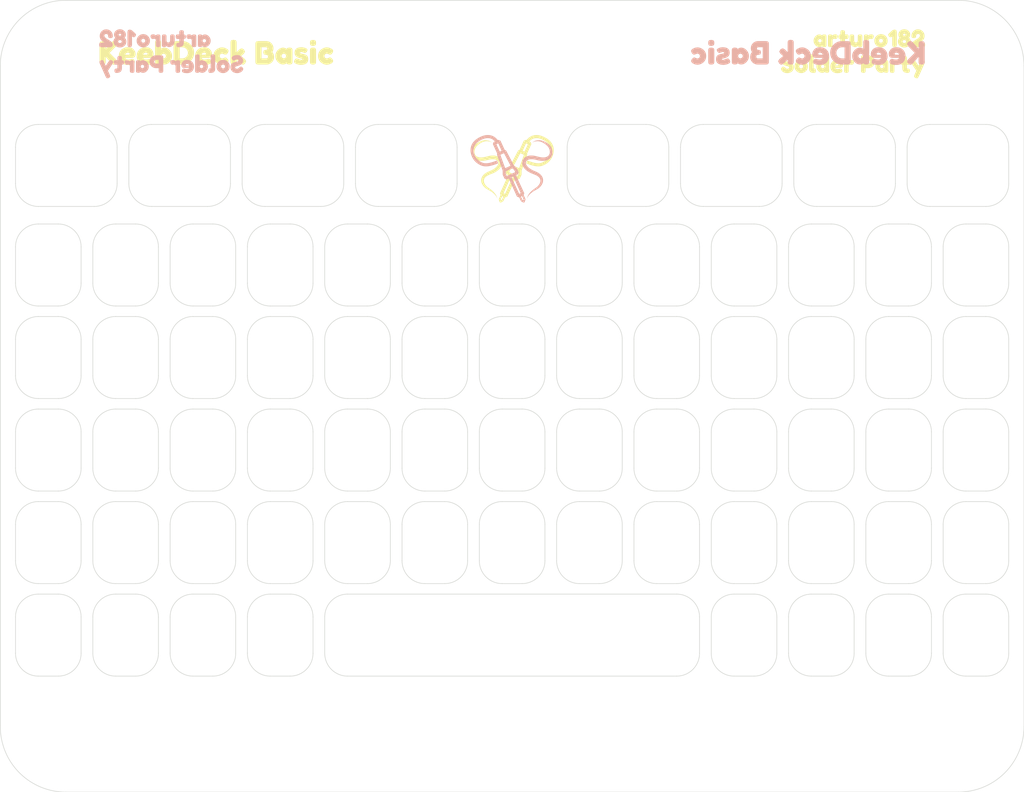
<source format=kicad_pcb>
(kicad_pcb (version 20241229) (generator "pcbnew") (generator_version "9.0")
  (layers (0 "F.Cu" signal) (2 "B.Cu" signal) (13 "F.Paste" user) (15 "B.Paste" user) (5 "F.SilkS" user "F.Silkscreen") (7 "B.SilkS" user "B.Silkscreen") (1 "F.Mask" user) (3 "B.Mask" user) (25 "Edge.Cuts" user))
  (net 0 "")
  (footprint "kibuzzard-678C4B8E" (layer "F.Cu") (at 184.2 73.3)
    (property "Reference" "kibuzzard-678C4B8E" (hide yes))
    (property "Value" "G***" (hide yes))
  )
  (footprint "MountingHole:MountingHole_2.2mm_M2" (layer "F.Cu") (at 114.45 133.2)
    (property "Reference" "REF**" (hide yes))
    (property "Value" "MountingHole_2.2mm_M2" (hide yes))
    (pad "" np_thru_hole circle (at 0 0) (size 2.2 2.2) (drill 2.2) (layers "*.Cu" "*.Mask"))
  )
  (footprint "kibuzzard-678C4B38" (layer "F.Cu") (at 128.5 74.5)
    (property "Reference" "kibuzzard-678C4B38" (hide yes))
    (property "Value" "G***" (hide yes))
  )
  (footprint "MountingHole:MountingHole_2.2mm_M2" (layer "F.Cu") (at 114.45 74.5)
    (property "Reference" "REF**" (hide yes))
    (property "Value" "MountingHole_2.2mm_M2" (hide yes))
    (pad "" np_thru_hole circle (at 0 0) (size 2.2 2.2) (drill 2.2) (layers "*.Cu" "*.Mask"))
  )
  (footprint "kibuzzard-678C4B7D" (layer "F.Cu") (at 182.8 75.7)
    (property "Reference" "kibuzzard-678C4B7D" (hide yes))
    (property "Value" "G***" (hide yes))
  )
  (footprint "Symbols_Extra:SolderParty-New-Logo_7.5x6.4mm_SilkScreen" (layer "F.Cu") (at 153.99 84.2)
    (property "Reference" "G***" (hide yes))
    (property "Value" "LOGO" (hide yes))
  )
  (footprint "MountingHole:MountingHole_2.2mm_M2" (layer "F.Cu") (at 192.95 133.2)
    (property "Reference" "REF**" (hide yes))
    (property "Value" "MountingHole_2.2mm_M2" (hide yes))
    (pad "" np_thru_hole circle (at 0 0) (size 2.2 2.2) (drill 2.2) (layers "*.Cu" "*.Mask"))
  )
  (footprint "MountingHole:MountingHole_2.2mm_M2" (layer "F.Cu") (at 192.95 74.5)
    (property "Reference" "REF**" (hide yes))
    (property "Value" "MountingHole_2.2mm_M2" (hide yes))
    (pad "" np_thru_hole circle (at 0 0) (size 2.2 2.2) (drill 2.2) (layers "*.Cu" "*.Mask"))
  )
  (footprint "kibuzzard-678C4B8E" (layer "B.Cu") (at 123.2 73.3 180)
    (property "Reference" "kibuzzard-678C4B8E" (hide yes))
    (property "Value" "G***" (hide yes))
  )
  (footprint "kibuzzard-678C4B38" (layer "B.Cu") (at 178.9 74.5 180)
    (property "Reference" "kibuzzard-678C4B38" (hide yes))
    (property "Value" "G***" (hide yes))
  )
  (footprint "Symbols_Extra:SolderParty-New-Logo_7.5x6.4mm_SilkScreen" (layer "B.Cu") (at 153.41 84.2 180)
    (property "Reference" "G***" (hide yes))
    (property "Value" "LOGO" (hide yes))
  )
  (footprint "kibuzzard-678C4B7D" (layer "B.Cu") (at 124.6 75.7 180)
    (property "Reference" "kibuzzard-678C4B7D" (hide yes))
    (property "Value" "G***" (hide yes))
  )
  (gr_arc (start 192.45 119.85) (mid 191.071142 119.278858) (end 190.5 117.9) (stroke (width 0.05)) (layer "Edge.Cuts"))
  (gr_arc (start 130.65 82.6) (mid 131.221142 81.221142) (end 132.6 80.65) (stroke (width 0.05)) (layer "Edge.Cuts"))
  (gr_arc (start 187.55 104.950001) (mid 188.928858 105.521143) (end 189.5 106.900001) (stroke (width 0.05)) (layer "Edge.Cuts"))
  (gr_arc (start 154.55 112.85) (mid 155.928858 113.421142) (end 156.5 114.8) (stroke (width 0.05)) (layer "Edge.Cuts"))
  (gr_line (start 174.35 104.050001) (end 172.65 104.050001) (stroke (width 0.05)) (layer "Edge.Cuts"))
  (gr_line (start 146.25 104.949999) (end 147.95 104.949999) (stroke (width 0.05)) (layer "Edge.Cuts"))
  (gr_line (start 161.15 96.149999) (end 159.45 96.149999) (stroke (width 0.05)) (layer "Edge.Cuts"))
  (gr_line (start 137.7 102.1) (end 137.7 99) (stroke (width 0.05)) (layer "Edge.Cuts"))
  (gr_arc (start 158.400031 82.599999) (mid 158.971173 81.221141) (end 160.350031 80.649999) (stroke (width 0.05)) (layer "Edge.Cuts"))
  (gr_arc (start 176.750031 85.699999) (mid 176.178889 87.078857) (end 174.800031 87.649999) (stroke (width 0.05)) (layer "Edge.Cuts"))
  (gr_arc (start 163.1 117.899999) (mid 162.528858 119.278857) (end 161.15 119.849999) (stroke (width 0.05)) (layer "Edge.Cuts"))
  (gr_arc (start 182.9 94.2) (mid 182.328858 95.578858) (end 180.95 96.15) (stroke (width 0.05)) (layer "Edge.Cuts"))
  (gr_arc (start 180.95 112.85) (mid 182.328858 113.421142) (end 182.9 114.8) (stroke (width 0.05)) (layer "Edge.Cuts"))
  (gr_arc (start 149.9 102.099999) (mid 149.328858 103.478857) (end 147.95 104.049999) (stroke (width 0.05)) (layer "Edge.Cuts"))
  (gr_line (start 176.3 91.100001) (end 176.3 94.200001) (stroke (width 0.05)) (layer "Edge.Cuts"))
  (gr_arc (start 159.45 104.049999) (mid 158.071142 103.478857) (end 157.5 102.099999) (stroke (width 0.05)) (layer "Edge.Cuts"))
  (gr_line (start 126.45 89.15) (end 128.15 89.15) (stroke (width 0.05)) (layer "Edge.Cuts"))
  (gr_line (start 168.075031 85.699999) (end 168.075031 82.599999) (stroke (width 0.05)) (layer "Edge.Cuts"))
  (gr_arc (start 177.3 99) (mid 177.871142 97.621142) (end 179.25 97.05) (stroke (width 0.05)) (layer "Edge.Cuts"))
  (gr_arc (start 182.9 117.9) (mid 182.328858 119.278858) (end 180.95 119.85) (stroke (width 0.05)) (layer "Edge.Cuts"))
  (gr_arc (start 139.65 127.75) (mid 138.271142 127.178858) (end 137.7 125.8) (stroke (width 0.05)) (layer "Edge.Cuts"))
  (gr_line (start 172.65 120.750001) (end 174.35 120.750001) (stroke (width 0.05)) (layer "Edge.Cuts"))
  (gr_arc (start 164.1 91.1) (mid 164.671142 89.721142) (end 166.05 89.15) (stroke (width 0.05)) (layer "Edge.Cuts"))
  (gr_arc (start 128.15 112.85) (mid 129.528858 113.421142) (end 130.1 114.8) (stroke (width 0.05)) (layer "Edge.Cuts"))
  (gr_line (start 126.45 97.05) (end 128.15 97.05) (stroke (width 0.05)) (layer "Edge.Cuts"))
  (gr_line (start 111.3 117.9) (end 111.3 114.8) (stroke (width 0.05)) (layer "Edge.Cuts"))
  (gr_line (start 139.325 82.6) (end 139.325 85.7) (stroke (width 0.05)) (layer "Edge.Cuts"))
  (gr_line (start 131.1 117.899999) (end 131.1 114.799999) (stroke (width 0.05)) (layer "Edge.Cuts"))
  (gr_line (start 134.75 119.849999) (end 133.05 119.849999) (stroke (width 0.05)) (layer "Edge.Cuts"))
  (gr_line (start 130.1 106.9) (end 130.1 110) (stroke (width 0.05)) (layer "Edge.Cuts"))
  (gr_line (start 174.35 111.950001) (end 172.65 111.950001) (stroke (width 0.05)) (layer "Edge.Cuts"))
  (gr_arc (start 179.25 96.15) (mid 177.871142 95.578858) (end 177.3 94.2) (stroke (width 0.05)) (layer "Edge.Cuts"))
  (gr_arc (start 134.75 112.849999) (mid 136.128858 113.421141) (end 136.7 114.799999) (stroke (width 0.05)) (layer "Edge.Cuts"))
  (gr_line (start 133.05 112.849999) (end 134.75 112.849999) (stroke (width 0.05)) (layer "Edge.Cuts"))
  (gr_line (start 194.15 96.15) (end 192.45 96.15) (stroke (width 0.05)) (layer "Edge.Cuts"))
  (gr_arc (start 137.7 99) (mid 138.271142 97.621142) (end 139.65 97.05) (stroke (width 0.05)) (layer "Edge.Cuts"))
  (gr_arc (start 146.25 96.149999) (mid 144.871142 95.578857) (end 144.3 94.199999) (stroke (width 0.05)) (layer "Edge.Cuts"))
  (gr_line (start 152.85 89.15) (end 154.55 89.15) (stroke (width 0.05)) (layer "Edge.Cuts"))
  (gr_line (start 170.7 125.800001) (end 170.7 122.700001) (stroke (width 0.05)) (layer "Edge.Cuts"))
  (gr_arc (start 189.5 102.100001) (mid 188.928858 103.478859) (end 187.55 104.050001) (stroke (width 0.05)) (layer "Edge.Cuts"))
  (gr_line (start 139.65 89.15) (end 141.35 89.15) (stroke (width 0.05)) (layer "Edge.Cuts"))
  (gr_arc (start 111.3 122.7) (mid 111.871142 121.321142) (end 113.25 120.75) (stroke (width 0.05)) (layer "Edge.Cuts"))
  (gr_arc (start 196.1 117.9) (mid 195.528858 119.278858) (end 194.15 119.85) (stroke (width 0.05)) (layer "Edge.Cuts"))
  (gr_arc (start 194.15 120.75) (mid 195.528858 121.321142) (end 196.1 122.7) (stroke (width 0.05)) (layer "Edge.Cuts"))
  (gr_line (start 190.5 94.2) (end 190.5 91.1) (stroke (width 0.05)) (layer "Edge.Cuts"))
  (gr_arc (start 167.75 104.95) (mid 169.128858 105.521142) (end 169.7 106.9) (stroke (width 0.05)) (layer "Edge.Cuts"))
  (gr_arc (start 123.5 102.099999) (mid 122.928858 103.478857) (end 121.55 104.049999) (stroke (width 0.05)) (layer "Edge.Cuts"))
  (gr_line (start 180.95 96.15) (end 179.25 96.15) (stroke (width 0.05)) (layer "Edge.Cuts"))
  (gr_arc (start 133.05 111.949999) (mid 131.671142 111.378857) (end 131.1 109.999999) (stroke (width 0.05)) (layer "Edge.Cuts"))
  (gr_arc (start 122.925 87.65) (mid 121.546142 87.078858) (end 120.975 85.7) (stroke (width 0.05)) (layer "Edge.Cuts"))
  (gr_line (start 113.25 97.05) (end 114.95 97.05) (stroke (width 0.05)) (layer "Edge.Cuts"))
  (gr_arc (start 177.3 106.9) (mid 177.871142 105.521142) (end 179.25 104.95) (stroke (width 0.05)) (layer "Edge.Cuts"))
  (gr_arc (start 182.9 125.8) (mid 182.328858 127.178858) (end 180.95 127.75) (stroke (width 0.05)) (layer "Edge.Cuts"))
  (gr_arc (start 180.95 97.05) (mid 182.328858 97.621142) (end 182.9 99) (stroke (width 0.05)) (layer "Edge.Cuts"))
  (gr_arc (start 136.7 109.999999) (mid 136.128858 111.378857) (end 134.75 111.949999) (stroke (width 0.05)) (layer "Edge.Cuts"))
  (gr_line (start 154.55 119.85) (end 152.85 119.85) (stroke (width 0.05)) (layer "Edge.Cuts"))
  (gr_arc (start 196.1 125.8) (mid 195.528858 127.178858) (end 194.15 127.75) (stroke (width 0.05)) (layer "Edge.Cuts"))
  (gr_line (start 167.75 119.85) (end 166.05 119.85) (stroke (width 0.05)) (layer "Edge.Cuts"))
  (gr_line (start 131.1 125.799999) (end 131.1 122.699999) (stroke (width 0.05)) (layer "Edge.Cuts"))
  (gr_arc (start 110 75.649999) (mid 111.640202 71.690201) (end 115.6 70.049999) (stroke (width 0.05)) (layer "Edge.Cuts"))
  (gr_arc (start 144.3 114.799999) (mid 144.871142 113.421141) (end 146.25 112.849999) (stroke (width 0.05)) (layer "Edge.Cuts"))
  (gr_arc (start 124.5 114.8) (mid 125.071142 113.421142) (end 126.45 112.85) (stroke (width 0.05)) (layer "Edge.Cuts"))
  (gr_line (start 134.75 111.949999) (end 133.05 111.949999) (stroke (width 0.05)) (layer "Edge.Cuts"))
  (gr_arc (start 183.9 114.800001) (mid 184.471142 113.421143) (end 185.85 112.850001) (stroke (width 0.05)) (layer "Edge.Cuts"))
  (gr_arc (start 126.45 96.15) (mid 125.071142 95.578858) (end 124.5 94.2) (stroke (width 0.05)) (layer "Edge.Cuts"))
  (gr_arc (start 156.5 117.9) (mid 155.928858 119.278858) (end 154.55 119.85) (stroke (width 0.05)) (layer "Edge.Cuts"))
  (gr_line (start 115.6 137.649999) (end 191.8 137.649999) (stroke (width 0.05)) (layer "Edge.Cuts"))
  (gr_line (start 116.9 122.7) (end 116.9 125.8) (stroke (width 0.05)) (layer "Edge.Cuts"))
  (gr_line (start 172.65 89.150001) (end 174.35 89.150001) (stroke (width 0.05)) (layer "Edge.Cuts"))
  (gr_line (start 117.9 94.199999) (end 117.9 91.099999) (stroke (width 0.05)) (layer "Edge.Cuts"))
  (gr_line (start 179.25 97.05) (end 180.95 97.05) (stroke (width 0.05)) (layer "Edge.Cuts"))
  (gr_arc (start 147.95 89.149999) (mid 149.328858 89.721141) (end 149.9 91.099999) (stroke (width 0.05)) (layer "Edge.Cuts"))
  (gr_line (start 170.7 102.100001) (end 170.7 99.000001) (stroke (width 0.05)) (layer "Edge.Cuts"))
  (gr_arc (start 119.975 85.7) (mid 119.403858 87.078858) (end 118.025 87.65) (stroke (width 0.05)) (layer "Edge.Cuts"))
  (gr_line (start 133.05 104.949999) (end 134.75 104.949999) (stroke (width 0.05)) (layer "Edge.Cuts"))
  (gr_line (start 194.15 127.75) (end 192.45 127.75) (stroke (width 0.05)) (layer "Edge.Cuts"))
  (gr_arc (start 121.55 89.149999) (mid 122.928858 89.721141) (end 123.5 91.099999) (stroke (width 0.05)) (layer "Edge.Cuts"))
  (gr_arc (start 123.5 125.799999) (mid 122.928858 127.178857) (end 121.55 127.749999) (stroke (width 0.05)) (layer "Edge.Cuts"))
  (gr_line (start 157.5 102.099999) (end 157.5 98.999999) (stroke (width 0.05)) (layer "Edge.Cuts"))
  (gr_arc (start 170.7 106.900001) (mid 171.271142 105.521143) (end 172.65 104.950001) (stroke (width 0.05)) (layer "Edge.Cuts"))
  (gr_line (start 166.05 104.95) (end 167.75 104.95) (stroke (width 0.05)) (layer "Edge.Cuts"))
  (gr_line (start 166.05 112.85) (end 167.75 112.85) (stroke (width 0.05)) (layer "Edge.Cuts"))
  (gr_arc (start 194.150031 80.649999) (mid 195.528889 81.221141) (end 196.100031 82.599999) (stroke (width 0.05)) (layer "Edge.Cuts"))
  (gr_arc (start 117.9 106.899999) (mid 118.471142 105.521141) (end 119.85 104.949999) (stroke (width 0.05)) (layer "Edge.Cuts"))
  (gr_line (start 124.5 110) (end 124.5 106.9) (stroke (width 0.05)) (layer "Edge.Cuts"))
  (gr_arc (start 130.1 117.9) (mid 129.528858 119.278858) (end 128.15 119.85) (stroke (width 0.05)) (layer "Edge.Cuts"))
  (gr_line (start 163.1 106.899999) (end 163.1 109.999999) (stroke (width 0.05)) (layer "Edge.Cuts"))
  (gr_arc (start 111.3 106.9) (mid 111.871142 105.521142) (end 113.25 104.95) (stroke (width 0.05)) (layer "Edge.Cuts"))
  (gr_line (start 128.15 119.85) (end 126.45 119.85) (stroke (width 0.05)) (layer "Edge.Cuts"))
  (gr_line (start 160.350031 80.649999) (end 165.125031 80.649999) (stroke (width 0.05)) (layer "Edge.Cuts"))
  (gr_line (start 152.85 97.05) (end 154.55 97.05) (stroke (width 0.05)) (layer "Edge.Cuts"))
  (gr_arc (start 174.35 89.150001) (mid 175.728858 89.721143) (end 176.3 91.100001) (stroke (width 0.05)) (layer "Edge.Cuts"))
  (gr_arc (start 165.125031 80.649999) (mid 166.503889 81.221141) (end 167.075031 82.599999) (stroke (width 0.05)) (layer "Edge.Cuts"))
  (gr_arc (start 149.9 94.199999) (mid 149.328858 95.578857) (end 147.95 96.149999) (stroke (width 0.05)) (layer "Edge.Cuts"))
  (gr_arc (start 147.05 80.65) (mid 148.428858 81.221142) (end 149 82.6) (stroke (width 0.05)) (layer "Edge.Cuts"))
  (gr_arc (start 152.85 104.05) (mid 151.471142 103.478858) (end 150.9 102.1) (stroke (width 0.05)) (layer "Edge.Cuts"))
  (gr_arc (start 183.9 122.700001) (mid 184.471142 121.321143) (end 185.85 120.750001) (stroke (width 0.05)) (layer "Edge.Cuts"))
  (gr_arc (start 126.45 127.75) (mid 125.071142 127.178858) (end 124.5 125.8) (stroke (width 0.05)) (layer "Edge.Cuts"))
  (gr_line (start 119.85 89.149999) (end 121.55 89.149999) (stroke (width 0.05)) (layer "Edge.Cuts"))
  (gr_line (start 167.75 96.15) (end 166.05 96.15) (stroke (width 0.05)) (layer "Edge.Cuts"))
  (gr_arc (start 176.3 110.000001) (mid 175.728858 111.378859) (end 174.35 111.950001) (stroke (width 0.05)) (layer "Edge.Cuts"))
  (gr_line (start 156.5 106.9) (end 156.5 110) (stroke (width 0.05)) (layer "Edge.Cuts"))
  (gr_arc (start 194.15 104.95) (mid 195.528858 105.521142) (end 196.1 106.9) (stroke (width 0.05)) (layer "Edge.Cuts"))
  (gr_line (start 147.05 87.65) (end 142.275 87.65) (stroke (width 0.05)) (layer "Edge.Cuts"))
  (gr_arc (start 169.7 102.1) (mid 169.128858 103.478858) (end 167.75 104.05) (stroke (width 0.05)) (layer "Edge.Cuts"))
  (gr_arc (start 134.75 104.949999) (mid 136.128858 105.521141) (end 136.7 106.899999) (stroke (width 0.05)) (layer "Edge.Cuts"))
  (gr_arc (start 137.7 114.8) (mid 138.271142 113.421142) (end 139.65 112.85) (stroke (width 0.05)) (layer "Edge.Cuts"))
  (gr_line (start 158.400031 85.699999) (end 158.400031 82.599999) (stroke (width 0.05)) (layer "Edge.Cuts"))
  (gr_line (start 116.9 114.8) (end 116.9 117.9) (stroke (width 0.05)) (layer "Edge.Cuts"))
  (gr_arc (start 194.15 112.85) (mid 195.528858 113.421142) (end 196.1 114.8) (stroke (width 0.05)) (layer "Edge.Cuts"))
  (gr_line (start 157.5 94.199999) (end 157.5 91.099999) (stroke (width 0.05)) (layer "Edge.Cuts"))
  (gr_arc (start 121.55 112.849999) (mid 122.928858 113.421141) (end 123.5 114.799999) (stroke (width 0.05)) (layer "Edge.Cuts"))
  (gr_arc (start 111.3 114.8) (mid 111.871142 113.421142) (end 113.25 112.85) (stroke (width 0.05)) (layer "Edge.Cuts"))
  (gr_arc (start 132.6 87.65) (mid 131.221142 87.078858) (end 130.65 85.7) (stroke (width 0.05)) (layer "Edge.Cuts"))
  (gr_line (start 176.3 122.700001) (end 176.3 125.800001) (stroke (width 0.05)) (layer "Edge.Cuts"))
  (gr_arc (start 147.95 112.849999) (mid 149.328858 113.421141) (end 149.9 114.799999) (stroke (width 0.05)) (layer "Edge.Cuts"))
  (gr_line (start 143.3 99) (end 143.3 102.1) (stroke (width 0.05)) (layer "Edge.Cuts"))
  (gr_line (start 114.95 119.85) (end 113.25 119.85) (stroke (width 0.05)) (layer "Edge.Cuts"))
  (gr_line (start 127.7 87.65) (end 122.925 87.65) (stroke (width 0.05)) (layer "Edge.Cuts"))
  (gr_line (start 174.800031 87.649999) (end 170.025031 87.649999) (stroke (width 0.05)) (layer "Edge.Cuts"))
  (gr_line (start 194.150031 87.649999) (end 189.375031 87.649999) (stroke (width 0.05)) (layer "Edge.Cuts"))
  (gr_line (start 187.55 119.850001) (end 185.85 119.850001) (stroke (width 0.05)) (layer "Edge.Cuts"))
  (gr_line (start 189.5 106.900001) (end 189.5 110.000001) (stroke (width 0.05)) (layer "Edge.Cuts"))
  (gr_line (start 133.05 97.049999) (end 134.75 97.049999) (stroke (width 0.05)) (layer "Edge.Cuts"))
  (gr_line (start 114.95 127.75) (end 113.25 127.75) (stroke (width 0.05)) (layer "Edge.Cuts"))
  (gr_line (start 179.700031 80.649999) (end 184.475031 80.649999) (stroke (width 0.05)) (layer "Edge.Cuts"))
  (gr_arc (start 174.35 97.050001) (mid 175.728858 97.621143) (end 176.3 99.000001) (stroke (width 0.05)) (layer "Edge.Cuts"))
  (gr_arc (start 184.475031 80.649999) (mid 185.853889 81.221141) (end 186.425031 82.599999) (stroke (width 0.05)) (layer "Edge.Cuts"))
  (gr_line (start 159.45 97.049999) (end 161.15 97.049999) (stroke (width 0.05)) (layer "Edge.Cuts"))
  (gr_line (start 129.65 82.6) (end 129.65 85.7) (stroke (width 0.05)) (layer "Edge.Cuts"))
  (gr_arc (start 174.800031 80.649999) (mid 176.178889 81.221141) (end 176.750031 82.599999) (stroke (width 0.05)) (layer "Edge.Cuts"))
  (gr_arc (start 185.85 96.150001) (mid 184.471142 95.578859) (end 183.9 94.200001) (stroke (width 0.05)) (layer "Edge.Cuts"))
  (gr_arc (start 154.55 104.95) (mid 155.928858 105.521142) (end 156.5 106.9) (stroke (width 0.05)) (layer "Edge.Cuts"))
  (gr_arc (start 169.7 117.9) (mid 169.128858 119.278858) (end 167.75 119.85) (stroke (width 0.05)) (layer "Edge.Cuts"))
  (gr_line (start 184.475031 87.649999) (end 179.700031 87.649999) (stroke (width 0.05)) (layer "Edge.Cuts"))
  (gr_arc (start 113.25 111.95) (mid 111.871142 111.378858) (end 111.3 110) (stroke (width 0.05)) (layer "Edge.Cuts"))
  (gr_line (start 187.425031 85.699999) (end 187.425031 82.599999) (stroke (width 0.05)) (layer "Edge.Cuts"))
  (gr_line (start 119.85 120.749999) (end 121.55 120.749999) (stroke (width 0.05)) (layer "Edge.Cuts"))
  (gr_arc (start 134.75 120.749999) (mid 136.128858 121.321141) (end 136.7 122.699999) (stroke (width 0.05)) (layer "Edge.Cuts"))
  (gr_line (start 177.3 94.2) (end 177.3 91.1) (stroke (width 0.05)) (layer "Edge.Cuts"))
  (gr_line (start 167.075031 82.599999) (end 167.075031 85.699999) (stroke (width 0.05)) (layer "Edge.Cuts"))
  (gr_line (start 130.1 114.8) (end 130.1 117.9) (stroke (width 0.05)) (layer "Edge.Cuts"))
  (gr_arc (start 185.85 111.950001) (mid 184.471142 111.378859) (end 183.9 110.000001) (stroke (width 0.05)) (layer "Edge.Cuts"))
  (gr_line (start 141.35 111.95) (end 139.65 111.95) (stroke (width 0.05)) (layer "Edge.Cuts"))
  (gr_arc (start 167.75 120.75) (mid 169.128858 121.321142) (end 169.7 122.7) (stroke (width 0.05)) (layer "Edge.Cuts"))
  (gr_arc (start 159.45 111.949999) (mid 158.071142 111.378857) (end 157.5 109.999999) (stroke (width 0.05)) (layer "Edge.Cuts"))
  (gr_line (start 126.45 120.75) (end 128.15 120.75) (stroke (width 0.05)) (layer "Edge.Cuts"))
  (gr_line (start 156.5 99) (end 156.5 102.1) (stroke (width 0.05)) (layer "Edge.Cuts"))
  (gr_arc (start 133.05 104.049999) (mid 131.671142 103.478857) (end 131.1 102.099999) (stroke (width 0.05)) (layer "Edge.Cuts"))
  (gr_line (start 187.55 111.950001) (end 185.85 111.950001) (stroke (width 0.05)) (layer "Edge.Cuts"))
  (gr_arc (start 186.425031 85.699999) (mid 185.853889 87.078857) (end 184.475031 87.649999) (stroke (width 0.05)) (layer "Edge.Cuts"))
  (gr_arc (start 137.7 91.1) (mid 138.271142 89.721142) (end 139.65 89.15) (stroke (width 0.05)) (layer "Edge.Cuts"))
  (gr_arc (start 139.65 111.95) (mid 138.271142 111.378858) (end 137.7 110) (stroke (width 0.05)) (layer "Edge.Cuts"))
  (gr_line (start 142.275 80.65) (end 147.05 80.65) (stroke (width 0.05)) (layer "Edge.Cuts"))
  (gr_line (start 123.5 114.799999) (end 123.5 117.899999) (stroke (width 0.05)) (layer "Edge.Cuts"))
  (gr_line (start 136.7 114.799999) (end 136.7 117.899999) (stroke (width 0.05)) (layer "Edge.Cuts"))
  (gr_line (start 140.325 85.7) (end 140.325 82.6) (stroke (width 0.05)) (layer "Edge.Cuts"))
  (gr_arc (start 150.9 99) (mid 151.471142 97.621142) (end 152.85 97.05) (stroke (width 0.05)) (layer "Edge.Cuts"))
  (gr_line (start 164.1 102.1) (end 164.1 99) (stroke (width 0.05)) (layer "Edge.Cuts"))
  (gr_line (start 187.55 127.750001) (end 185.85 127.750001) (stroke (width 0.05)) (layer "Edge.Cuts"))
  (gr_line (start 172.65 112.850001) (end 174.35 112.850001) (stroke (width 0.05)) (layer "Edge.Cuts"))
  (gr_arc (start 114.95 112.85) (mid 116.328858 113.421142) (end 116.9 114.8) (stroke (width 0.05)) (layer "Edge.Cuts"))
  (gr_arc (start 192.45 96.15) (mid 191.071142 95.578858) (end 190.5 94.2) (stroke (width 0.05)) (layer "Edge.Cuts"))
  (gr_arc (start 137.7 122.7) (mid 138.271142 121.321142) (end 139.65 120.75) (stroke (width 0.05)) (layer "Edge.Cuts"))
  (gr_line (start 183.9 117.900001) (end 183.9 114.800001) (stroke (width 0.05)) (layer "Edge.Cuts"))
  (gr_line (start 130.1 122.7) (end 130.1 125.8) (stroke (width 0.05)) (layer "Edge.Cuts"))
  (gr_line (start 141.35 119.85) (end 139.65 119.85) (stroke (width 0.05)) (layer "Edge.Cuts"))
  (gr_line (start 189.375031 80.649999) (end 194.150031 80.649999) (stroke (width 0.05)) (layer "Edge.Cuts"))
  (gr_line (start 190.5 102.1) (end 190.5 99) (stroke (width 0.05)) (layer "Edge.Cuts"))
  (gr_line (start 189.5 99.000001) (end 189.5 102.100001) (stroke (width 0.05)) (layer "Edge.Cuts"))
  (gr_arc (start 169.7 125.8) (mid 169.128858 127.178858) (end 167.75 127.75) (stroke (width 0.05)) (layer "Edge.Cuts"))
  (gr_arc (start 126.45 111.95) (mid 125.071142 111.378858) (end 124.5 110) (stroke (width 0.05)) (layer "Edge.Cuts"))
  (gr_line (start 144.3 109.999999) (end 144.3 106.899999) (stroke (width 0.05)) (layer "Edge.Cuts"))
  (gr_line (start 172.65 104.950001) (end 174.35 104.950001) (stroke (width 0.05)) (layer "Edge.Cuts"))
  (gr_arc (start 117.9 91.099999) (mid 118.471142 89.721141) (end 119.85 89.149999) (stroke (width 0.05)) (layer "Edge.Cuts"))
  (gr_line (start 189.5 114.800001) (end 189.5 117.900001) (stroke (width 0.05)) (layer "Edge.Cuts"))
  (gr_arc (start 116.9 117.9) (mid 116.328858 119.278858) (end 114.95 119.85) (stroke (width 0.05)) (layer "Edge.Cuts"))
  (gr_line (start 141.35 96.15) (end 139.65 96.15) (stroke (width 0.05)) (layer "Edge.Cuts"))
  (gr_arc (start 121.55 104.949999) (mid 122.928858 105.521141) (end 123.5 106.899999) (stroke (width 0.05)) (layer "Edge.Cuts"))
  (gr_line (start 111.3 110) (end 111.3 106.9) (stroke (width 0.05)) (layer "Edge.Cuts"))
  (gr_line (start 111.3 102.1) (end 111.3 99) (stroke (width 0.05)) (layer "Edge.Cuts"))
  (gr_line (start 124.5 117.9) (end 124.5 114.8) (stroke (width 0.05)) (layer "Edge.Cuts"))
  (gr_arc (start 191.8 70.049999) (mid 195.759798 71.690201) (end 197.4 75.649999) (stroke (width 0.05)) (layer "Edge.Cuts"))
  (gr_arc (start 166.05 104.05) (mid 164.671142 103.478858) (end 164.1 102.1) (stroke (width 0.05)) (layer "Edge.Cuts"))
  (gr_arc (start 117.9 114.799999) (mid 118.471142 113.421141) (end 119.85 112.849999) (stroke (width 0.05)) (layer "Edge.Cuts"))
  (gr_arc (start 143.3 94.2) (mid 142.728858 95.578858) (end 141.35 96.15) (stroke (width 0.05)) (layer "Edge.Cuts"))
  (gr_arc (start 194.15 97.05) (mid 195.528858 97.621142) (end 196.1 99) (stroke (width 0.05)) (layer "Edge.Cuts"))
  (gr_line (start 163.1 114.799999) (end 163.1 117.899999) (stroke (width 0.05)) (layer "Edge.Cuts"))
  (gr_arc (start 133.05 127.749999) (mid 131.671142 127.178857) (end 131.1 125.799999) (stroke (width 0.05)) (layer "Edge.Cuts"))
  (gr_arc (start 179.700031 87.649999) (mid 178.321173 87.078857) (end 177.750031 85.699999) (stroke (width 0.05)) (layer "Edge.Cuts"))
  (gr_arc (start 176.3 94.200001) (mid 175.728858 95.578859) (end 174.35 96.150001) (stroke (width 0.05)) (layer "Edge.Cuts"))
  (gr_arc (start 183.9 106.900001) (mid 184.471142 105.521143) (end 185.85 104.950001) (stroke (width 0.05)) (layer "Edge.Cuts"))
  (gr_line (start 136.7 91.099999) (end 136.7 94.199999) (stroke (width 0.05)) (layer "Edge.Cuts"))
  (gr_arc (start 130.1 102.1) (mid 129.528858 103.478858) (end 128.15 104.05) (stroke (width 0.05)) (layer "Edge.Cuts"))
  (gr_arc (start 141.35 89.15) (mid 142.728858 89.721142) (end 143.3 91.1) (stroke (width 0.05)) (layer "Edge.Cuts"))
  (gr_arc (start 167.75 97.05) (mid 169.128858 97.621142) (end 169.7 99) (stroke (width 0.05)) (layer "Edge.Cuts"))
  (gr_line (start 166.05 97.05) (end 167.75 97.05) (stroke (width 0.05)) (layer "Edge.Cuts"))
  (gr_arc (start 170.7 91.100001) (mid 171.271142 89.721143) (end 172.65 89.150001) (stroke (width 0.05)) (layer "Edge.Cuts"))
  (gr_arc (start 149.9 109.999999) (mid 149.328858 111.378857) (end 147.95 111.949999) (stroke (width 0.05)) (layer "Edge.Cuts"))
  (gr_arc (start 128.15 89.15) (mid 129.528858 89.721142) (end 130.1 91.1) (stroke (width 0.05)) (layer "Edge.Cuts"))
  (gr_arc (start 144.3 106.899999) (mid 144.871142 105.521141) (end 146.25 104.949999) (stroke (width 0.05)) (layer "Edge.Cuts"))
  (gr_arc (start 196.1 110) (mid 195.528858 111.378858) (end 194.15 111.95) (stroke (width 0.05)) (layer "Edge.Cuts"))
  (gr_arc (start 187.55 120.750001) (mid 188.928858 121.321143) (end 189.5 122.700001) (stroke (width 0.05)) (layer "Edge.Cuts"))
  (gr_arc (start 133.05 119.849999) (mid 131.671142 119.278857) (end 131.1 117.899999) (stroke (width 0.05)) (layer "Edge.Cuts"))
  (gr_line (start 137.7 94.2) (end 137.7 91.1) (stroke (width 0.05)) (layer "Edge.Cuts"))
  (gr_line (start 179.25 120.75) (end 180.95 120.75) (stroke (width 0.05)) (layer "Edge.Cuts"))
  (gr_arc (start 131.1 122.699999) (mid 131.671142 121.321141) (end 133.05 120.749999) (stroke (width 0.05)) (layer "Edge.Cuts"))
  (gr_arc (start 156.5 102.1) (mid 155.928858 103.478858) (end 154.55 104.05) (stroke (width 0.05)) (layer "Edge.Cuts"))
  (gr_line (start 126.45 104.95) (end 128.15 104.95) (stroke (width 0.05)) (layer "Edge.Cuts"))
  (gr_arc (start 119.85 104.049999) (mid 118.471142 103.478857) (end 117.9 102.099999) (stroke (width 0.05)) (layer "Edge.Cuts"))
  (gr_line (start 147.95 104.049999) (end 146.25 104.049999) (stroke (width 0.05)) (layer "Edge.Cuts"))
  (gr_arc (start 130.1 94.2) (mid 129.528858 95.578858) (end 128.15 96.15) (stroke (width 0.05)) (layer "Edge.Cuts"))
  (gr_arc (start 177.750031 82.599999) (mid 178.321173 81.221141) (end 179.700031 80.649999) (stroke (width 0.05)) (layer "Edge.Cuts"))
  (gr_line (start 182.9 91.1) (end 182.9 94.2) (stroke (width 0.05)) (layer "Edge.Cuts"))
  (gr_line (start 137.7 117.9) (end 137.7 114.8) (stroke (width 0.05)) (layer "Edge.Cuts"))
  (gr_line (start 117.9 117.899999) (end 117.9 114.799999) (stroke (width 0.05)) (layer "Edge.Cuts"))
  (gr_arc (start 157.5 98.999999) (mid 158.071142 97.621141) (end 159.45 97.049999) (stroke (width 0.05)) (layer "Edge.Cuts"))
  (gr_line (start 190.5 125.8) (end 190.5 122.7) (stroke (width 0.05)) (layer "Edge.Cuts"))
  (gr_arc (start 149 85.7) (mid 148.428858 87.078858) (end 147.05 87.65) (stroke (width 0.05)) (layer "Edge.Cuts"))
  (gr_line (start 150.9 94.2) (end 150.9 91.1) (stroke (width 0.05)) (layer "Edge.Cuts"))
  (gr_line (start 114.95 104.05) (end 113.25 104.05) (stroke (width 0.05)) (layer "Edge.Cuts"))
  (gr_line (start 134.75 127.749999) (end 133.05 127.749999) (stroke (width 0.05)) (layer "Edge.Cuts"))
  (gr_line (start 143.3 114.8) (end 143.3 117.9) (stroke (width 0.05)) (layer "Edge.Cuts"))
  (gr_arc (start 150.9 91.1) (mid 151.471142 89.721142) (end 152.85 89.15) (stroke (width 0.05)) (layer "Edge.Cuts"))
  (gr_line (start 119.85 97.049999) (end 121.55 97.049999) (stroke (width 0.05)) (layer "Edge.Cuts"))
  (gr_arc (start 121.55 97.049999) (mid 122.928858 97.621141) (end 123.5 98.999999) (stroke (width 0.05)) (layer "Edge.Cuts"))
  (gr_line (start 182.9 99) (end 182.9 102.1) (stroke (width 0.05)) (layer "Edge.Cuts"))
  (gr_line (start 119.85 104.949999) (end 121.55 104.949999) (stroke (width 0.05)) (layer "Edge.Cuts"))
  (gr_line (start 150.9 102.1) (end 150.9 99) (stroke (width 0.05)) (layer "Edge.Cuts"))
  (gr_line (start 185.85 89.150001) (end 187.55 89.150001) (stroke (width 0.05)) (layer "Edge.Cuts"))
  (gr_line (start 150.9 110) (end 150.9 106.9) (stroke (width 0.05)) (layer "Edge.Cuts"))
  (gr_line (start 128.15 111.95) (end 126.45 111.95) (stroke (width 0.05)) (layer "Edge.Cuts"))
  (gr_arc (start 116.9 102.1) (mid 116.328858 103.478858) (end 114.95 104.05) (stroke (width 0.05)) (layer "Edge.Cuts"))
  (gr_line (start 185.85 97.050001) (end 187.55 97.050001) (stroke (width 0.05)) (layer "Edge.Cuts"))
  (gr_line (start 113.25 104.95) (end 114.95 104.95) (stroke (width 0.05)) (layer "Edge.Cuts"))
  (gr_line (start 111.3 85.7) (end 111.3 82.6) (stroke (width 0.05)) (layer "Edge.Cuts"))
  (gr_line (start 196.1 91.1) (end 196.1 94.2) (stroke (width 0.05)) (layer "Edge.Cuts"))
  (gr_line (start 113.25 120.75) (end 114.95 120.75) (stroke (width 0.05)) (layer "Edge.Cuts"))
  (gr_line (start 149.9 98.999999) (end 149.9 102.099999) (stroke (width 0.05)) (layer "Edge.Cuts"))
  (gr_arc (start 139.65 96.15) (mid 138.271142 95.578858) (end 137.7 94.2) (stroke (width 0.05)) (layer "Edge.Cuts"))
  (gr_line (start 154.55 104.05) (end 152.85 104.05) (stroke (width 0.05)) (layer "Edge.Cuts"))
  (gr_arc (start 176.3 125.800001) (mid 175.728858 127.178859) (end 174.35 127.750001) (stroke (width 0.05)) (layer "Edge.Cuts"))
  (gr_line (start 167.75 111.95) (end 166.05 111.95) (stroke (width 0.05)) (layer "Edge.Cuts"))
  (gr_line (start 156.5 91.1) (end 156.5 94.2) (stroke (width 0.05)) (layer "Edge.Cuts"))
  (gr_line (start 128.15 127.75) (end 126.45 127.75) (stroke (width 0.05)) (layer "Edge.Cuts"))
  (gr_arc (start 163.1 94.199999) (mid 162.528858 95.578857) (end 161.15 96.149999) (stroke (width 0.05)) (layer "Edge.Cuts"))
  (gr_line (start 177.3 110) (end 177.3 106.9) (stroke (width 0.05)) (layer "Edge.Cuts"))
  (gr_line (start 149.9 106.899999) (end 149.9 109.999999) (stroke (width 0.05)) (layer "Edge.Cuts"))
  (gr_line (start 117.9 125.799999) (end 117.9 122.699999) (stroke (width 0.05)) (layer "Edge.Cuts"))
  (gr_line (start 144.3 117.899999) (end 144.3 114.799999) (stroke (width 0.05)) (layer "Edge.Cuts"))
  (gr_line (start 124.5 94.2) (end 124.5 91.1) (stroke (width 0.05)) (layer "Edge.Cuts"))
  (gr_line (start 114.95 96.15) (end 113.25 96.15) (stroke (width 0.05)) (layer "Edge.Cuts"))
  (gr_arc (start 189.5 117.900001) (mid 188.928858 119.278859) (end 187.55 119.850001) (stroke (width 0.05)) (layer "Edge.Cuts"))
  (gr_arc (start 174.35 104.950001) (mid 175.728858 105.521143) (end 176.3 106.900001) (stroke (width 0.05)) (layer "Edge.Cuts"))
  (gr_line (start 169.7 91.1) (end 169.7 94.2) (stroke (width 0.05)) (layer "Edge.Cuts"))
  (gr_line (start 189.5 91.100001) (end 189.5 94.200001) (stroke (width 0.05)) (layer "Edge.Cuts"))
  (gr_line (start 150.9 117.9) (end 150.9 114.8) (stroke (width 0.05)) (layer "Edge.Cuts"))
  (gr_arc (start 187.55 97.050001) (mid 188.928858 97.621143) (end 189.5 99.000001) (stroke (width 0.05)) (layer "Edge.Cuts"))
  (gr_arc (start 196.1 102.1) (mid 195.528858 103.478858) (end 194.15 104.05) (stroke (width 0.05)) (layer "Edge.Cuts"))
  (gr_arc (start 189.5 110.000001) (mid 188.928858 111.378859) (end 187.55 111.950001) (stroke (width 0.05)) (layer "Edge.Cuts"))
  (gr_line (start 147.95 111.949999) (end 146.25 111.949999) (stroke (width 0.05)) (layer "Edge.Cuts"))
  (gr_arc (start 156.5 110) (mid 155.928858 111.378858) (end 154.55 111.95) (stroke (width 0.05)) (layer "Edge.Cuts"))
  (gr_line (start 196.1 114.8) (end 196.1 117.9) (stroke (width 0.05)) (layer "Edge.Cuts"))
  (gr_line (start 139.65 112.85) (end 141.35 112.85) (stroke (width 0.05)) (layer "Edge.Cuts"))
  (gr_arc (start 141.35 97.05) (mid 142.728858 97.621142) (end 143.3 99) (stroke (width 0.05)) (layer "Edge.Cuts"))
  (gr_arc (start 192.45 104.05) (mid 191.071142 103.478858) (end 190.5 102.1) (stroke (width 0.05)) (layer "Edge.Cuts"))
  (gr_arc (start 182.9 102.1) (mid 182.328858 103.478858) (end 180.95 104.05) (stroke (width 0.05)) (layer "Edge.Cuts"))
  (gr_arc (start 170.7 99.000001) (mid 171.271142 97.621143) (end 172.65 97.050001) (stroke (width 0.05)) (layer "Edge.Cuts"))
  (gr_arc (start 161.15 104.949999) (mid 162.528858 105.521141) (end 163.1 106.899999) (stroke (width 0.05)) (layer "Edge.Cuts"))
  (gr_arc (start 177.3 91.1) (mid 177.871142 89.721142) (end 179.25 89.15) (stroke (width 0.05)) (layer "Edge.Cuts"))
  (gr_arc (start 119.85 96.149999) (mid 118.471142 95.578857) (end 117.9 94.199999) (stroke (width 0.05)) (layer "Edge.Cuts"))
  (gr_line (start 146.25 97.049999) (end 147.95 97.049999) (stroke (width 0.05)) (layer "Edge.Cuts"))
  (gr_arc (start 150.9 114.8) (mid 151.471142 113.421142) (end 152.85 112.85) (stroke (width 0.05)) (layer "Edge.Cuts"))
  (gr_arc (start 157.5 91.099999) (mid 158.071142 89.721141) (end 159.45 89.149999) (stroke (width 0.05)) (layer "Edge.Cuts"))
  (gr_arc (start 179.25 119.85) (mid 177.871142 119.278858) (end 177.3 117.9) (stroke (width 0.05)) (layer "Edge.Cuts"))
  (gr_line (start 143.3 106.9) (end 143.3 110) (stroke (width 0.05)) (layer "Edge.Cuts"))
  (gr_arc (start 131.1 114.799999) (mid 131.671142 113.421141) (end 133.05 112.849999) (stroke (width 0.05)) (layer "Edge.Cuts"))
  (gr_arc (start 127.7 80.65) (mid 129.078858 81.221142) (end 129.65 82.6) (stroke (width 0.05)) (layer "Edge.Cuts"))
  (gr_line (start 113.25 112.85) (end 114.95 112.85) (stroke (width 0.05)) (layer "Edge.Cuts"))
  (gr_line (start 147.95 119.849999) (end 146.25 119.849999) (stroke (width 0.05)) (layer "Edge.Cuts"))
  (gr_arc (start 196.1 94.2) (mid 195.528858 95.578858) (end 194.15 96.15) (stroke (width 0.05)) (layer "Edge.Cuts"))
  (gr_arc (start 139.65 119.85) (mid 138.271142 119.278858) (end 137.7 117.9) (stroke (width 0.05)) (layer "Edge.Cuts"))
  (gr_line (start 169.7 114.8) (end 169.7 117.9) (stroke (width 0.05)) (layer "Edge.Cuts"))
  (gr_arc (start 187.55 112.850001) (mid 188.928858 113.421143) (end 189.5 114.800001) (stroke (width 0.05)) (layer "Edge.Cuts"))
  (gr_arc (start 152.85 119.85) (mid 151.471142 119.278858) (end 150.9 117.9) (stroke (width 0.05)) (layer "Edge.Cuts"))
  (gr_arc (start 174.35 120.750001) (mid 175.728858 121.321143) (end 176.3 122.700001) (stroke (width 0.05)) (layer "Edge.Cuts"))
  (gr_arc (start 183.9 99.000001) (mid 184.471142 97.621143) (end 185.85 97.050001) (stroke (width 0.05)) (layer "Edge.Cuts"))
  (gr_line (start 114.95 111.95) (end 113.25 111.95) (stroke (width 0.05)) (layer "Edge.Cuts"))
  (gr_line (start 124.5 102.1) (end 124.5 99) (stroke (width 0.05)) (layer "Edge.Cuts"))
  (gr_line (start 159.45 89.149999) (end 161.15 89.149999) (stroke (width 0.05)) (layer "Edge.Cuts"))
  (gr_arc (start 164.1 99) (mid 164.671142 97.621142) (end 166.05 97.05) (stroke (width 0.05)) (layer "Edge.Cuts"))
  (gr_line (start 139.65 104.95) (end 141.35 104.95) (stroke (width 0.05)) (layer "Edge.Cuts"))
  (gr_arc (start 179.25 104.05) (mid 177.871142 103.478858) (end 177.3 102.1) (stroke (width 0.05)) (layer "Edge.Cuts"))
  (gr_arc (start 196.100031 85.699999) (mid 195.528889 87.078857) (end 194.150031 87.649999) (stroke (width 0.05)) (layer "Edge.Cuts"))
  (gr_line (start 177.3 125.8) (end 177.3 122.7) (stroke (width 0.05)) (layer "Edge.Cuts"))
  (gr_line (start 185.85 112.850001) (end 187.55 112.850001) (stroke (width 0.05)) (layer "Edge.Cuts"))
  (gr_arc (start 120.975 82.6) (mid 121.546142 81.221142) (end 122.925 80.65) (stroke (width 0.05)) (layer "Edge.Cuts"))
  (gr_arc (start 131.1 91.099999) (mid 131.671142 89.721141) (end 133.05 89.149999) (stroke (width 0.05)) (layer "Edge.Cuts"))
  (gr_arc (start 124.5 91.1) (mid 125.071142 89.721142) (end 126.45 89.15) (stroke (width 0.05)) (layer "Edge.Cuts"))
  (gr_line (start 161.15 111.949999) (end 159.45 111.949999) (stroke (width 0.05)) (layer "Edge.Cuts"))
  (gr_line (start 164.1 110) (end 164.1 106.9) (stroke (width 0.05)) (layer "Edge.Cuts"))
  (gr_arc (start 161.15 97.049999) (mid 162.528858 97.621141) (end 163.1 98.999999) (stroke (width 0.05)) (layer "Edge.Cuts"))
  (gr_line (start 120.975 85.7) (end 120.975 82.6) (stroke (width 0.05)) (layer "Edge.Cuts"))
  (gr_arc (start 192.45 111.95) (mid 191.071142 111.378858) (end 190.5 110) (stroke (width 0.05)) (layer "Edge.Cuts"))
  (gr_line (start 134.75 96.149999) (end 133.05 96.149999) (stroke (width 0.05)) (layer "Edge.Cuts"))
  (gr_line (start 182.9 122.7) (end 182.9 125.8) (stroke (width 0.05)) (layer "Edge.Cuts"))
  (gr_line (start 128.15 96.15) (end 126.45 96.15) (stroke (width 0.05)) (layer "Edge.Cuts"))
  (gr_line (start 113.25 89.15) (end 114.95 89.15) (stroke (width 0.05)) (layer "Edge.Cuts"))
  (gr_line (start 157.5 117.899999) (end 157.5 114.799999) (stroke (width 0.05)) (layer "Edge.Cuts"))
  (gr_arc (start 144.3 91.099999) (mid 144.871142 89.721141) (end 146.25 89.149999) (stroke (width 0.05)) (layer "Edge.Cuts"))
  (gr_line (start 137.375 87.65) (end 132.6 87.65) (stroke (width 0.05)) (layer "Edge.Cuts"))
  (gr_arc (start 177.3 122.7) (mid 177.871142 121.321142) (end 179.25 120.75) (stroke (width 0.05)) (layer "Edge.Cuts"))
  (gr_line (start 191.8 70.049999) (end 115.6 70.049999) (stroke (width 0.05)) (layer "Edge.Cuts"))
  (gr_arc (start 166.05 119.85) (mid 164.671142 119.278858) (end 164.1 117.9) (stroke (width 0.05)) (layer "Edge.Cuts"))
  (gr_line (start 180.95 111.95) (end 179.25 111.95) (stroke (width 0.05)) (layer "Edge.Cuts"))
  (gr_arc (start 124.5 106.9) (mid 125.071142 105.521142) (end 126.45 104.95) (stroke (width 0.05)) (layer "Edge.Cuts"))
  (gr_line (start 159.45 112.849999) (end 161.15 112.849999) (stroke (width 0.05)) (layer "Edge.Cuts"))
  (gr_arc (start 157.5 106.899999) (mid 158.071142 105.521141) (end 159.45 104.949999) (stroke (width 0.05)) (layer "Edge.Cuts"))
  (gr_arc (start 131.1 106.899999) (mid 131.671142 105.521141) (end 133.05 104.949999) (stroke (width 0.05)) (layer "Edge.Cuts"))
  (gr_arc (start 143.3 110) (mid 142.728858 111.378858) (end 141.35 111.95) (stroke (width 0.05)) (layer "Edge.Cuts"))
  (gr_arc (start 160.350031 87.649999) (mid 158.971173 87.078857) (end 158.400031 85.699999) (stroke (width 0.05)) (layer "Edge.Cuts"))
  (gr_arc (start 167.075031 85.699999) (mid 166.503889 87.078857) (end 165.125031 87.649999) (stroke (width 0.05)) (layer "Edge.Cuts"))
  (gr_line (start 176.750031 82.599999) (end 176.750031 85.699999) (stroke (width 0.05)) (layer "Edge.Cuts"))
  (gr_arc (start 131.1 98.999999) (mid 131.671142 97.621141) (end 133.05 97.049999) (stroke (width 0.05)) (layer "Edge.Cuts"))
  (gr_line (start 180.95 104.05) (end 179.25 104.05) (stroke (width 0.05)) (layer "Edge.Cuts"))
  (gr_arc (start 134.75 89.149999) (mid 136.128858 89.721141) (end 136.7 91.099999) (stroke (width 0.05)) (layer "Edge.Cuts"))
  (gr_line (start 177.750031 85.699999) (end 177.750031 82.599999) (stroke (width 0.05)) (layer "Edge.Cuts"))
  (gr_line (start 139.65 120.75) (end 167.75 120.75) (stroke (width 0.05)) (layer "Edge.Cuts"))
  (gr_arc (start 111.3 82.6) (mid 111.871142 81.221142) (end 113.25 80.65) (stroke (width 0.05)) (layer "Edge.Cuts"))
  (gr_arc (start 190.5 99) (mid 191.071142 97.621142) (end 192.45 97.05) (stroke (width 0.05)) (layer "Edge.Cuts"))
  (gr_line (start 149 82.6) (end 149 85.7) (stroke (width 0.05)) (layer "Edge.Cuts"))
  (gr_line (start 137.7 110) (end 137.7 106.9) (stroke (width 0.05)) (layer "Edge.Cuts"))
  (gr_arc (start 137.375 80.65) (mid 138.753858 81.221142) (end 139.325 82.6) (stroke (width 0.05)) (layer "Edge.Cuts"))
  (gr_line (start 123.5 122.699999) (end 123.5 125.799999) (stroke (width 0.05)) (layer "Edge.Cuts"))
  (gr_arc (start 137.7 106.9) (mid 138.271142 105.521142) (end 139.65 104.95) (stroke (width 0.05)) (layer "Edge.Cuts"))
  (gr_arc (start 136.7 94.199999) (mid 136.128858 95.578857) (end 134.75 96.149999) (stroke (width 0.05)) (layer "Edge.Cuts"))
  (gr_arc (start 147.95 97.049999) (mid 149.328858 97.621141) (end 149.9 98.999999) (stroke (width 0.05)) (layer "Edge.Cuts"))
  (gr_line (start 167.75 127.75) (end 139.65 127.75) (stroke (width 0.05)) (layer "Edge.Cuts"))
  (gr_line (start 110 75.649999) (end 110 132.049999) (stroke (width 0.05)) (layer "Edge.Cuts"))
  (gr_arc (start 124.5 99) (mid 125.071142 97.621142) (end 126.45 97.05) (stroke (width 0.05)) (layer "Edge.Cuts"))
  (gr_line (start 176.3 106.900001) (end 176.3 110.000001) (stroke (width 0.05)) (layer "Edge.Cuts"))
  (gr_arc (start 114.95 89.15) (mid 116.328858 89.721142) (end 116.9 91.1) (stroke (width 0.05)) (layer "Edge.Cuts"))
  (gr_line (start 123.5 98.999999) (end 123.5 102.099999) (stroke (width 0.05)) (layer "Edge.Cuts"))
  (gr_arc (start 172.65 127.750001) (mid 171.271142 127.178859) (end 170.7 125.800001) (stroke (width 0.05)) (layer "Edge.Cuts"))
  (gr_line (start 123.5 106.899999) (end 123.5 109.999999) (stroke (width 0.05)) (layer "Edge.Cuts"))
  (gr_line (start 189.5 122.700001) (end 189.5 125.800001) (stroke (width 0.05)) (layer "Edge.Cuts"))
  (gr_arc (start 139.325 85.7) (mid 138.753858 87.078858) (end 137.375 87.65) (stroke (width 0.05)) (layer "Edge.Cuts"))
  (gr_arc (start 185.85 119.850001) (mid 184.471142 119.278859) (end 183.9 117.900001) (stroke (width 0.05)) (layer "Edge.Cuts"))
  (gr_arc (start 183.9 91.100001) (mid 184.471142 89.721143) (end 185.85 89.150001) (stroke (width 0.05)) (layer "Edge.Cuts"))
  (gr_arc (start 154.55 89.15) (mid 155.928858 89.721142) (end 156.5 91.1) (stroke (width 0.05)) (layer "Edge.Cuts"))
  (gr_line (start 128.15 104.05) (end 126.45 104.05) (stroke (width 0.05)) (layer "Edge.Cuts"))
  (gr_line (start 167.75 104.05) (end 166.05 104.05) (stroke (width 0.05)) (layer "Edge.Cuts"))
  (gr_arc (start 136.7 117.899999) (mid 136.128858 119.278857) (end 134.75 119.849999) (stroke (width 0.05)) (layer "Edge.Cuts"))
  (gr_line (start 121.55 96.149999) (end 119.85 96.149999) (stroke (width 0.05)) (layer "Edge.Cuts"))
  (gr_arc (start 170.7 114.800001) (mid 171.271142 113.421143) (end 172.65 112.850001) (stroke (width 0.05)) (layer "Edge.Cuts"))
  (gr_line (start 116.9 91.1) (end 116.9 94.2) (stroke (width 0.05)) (layer "Edge.Cuts"))
  (gr_arc (start 144.3 98.999999) (mid 144.871142 97.621141) (end 146.25 97.049999) (stroke (width 0.05)) (layer "Edge.Cuts"))
  (gr_arc (start 150.9 106.9) (mid 151.471142 105.521142) (end 152.85 104.95) (stroke (width 0.05)) (layer "Edge.Cuts"))
  (gr_arc (start 139.65 104.05) (mid 138.271142 103.478858) (end 137.7 102.1) (stroke (width 0.05)) (layer "Edge.Cuts"))
  (gr_arc (start 114.95 97.05) (mid 116.328858 97.621142) (end 116.9 99) (stroke (width 0.05)) (layer "Edge.Cuts"))
  (gr_line (start 152.85 112.85) (end 154.55 112.85) (stroke (width 0.05)) (layer "Edge.Cuts"))
  (gr_arc (start 123.5 109.999999) (mid 122.928858 111.378857) (end 121.55 111.949999) (stroke (width 0.05)) (layer "Edge.Cuts"))
  (gr_line (start 116.9 99) (end 116.9 102.1) (stroke (width 0.05)) (layer "Edge.Cuts"))
  (gr_line (start 136.7 98.999999) (end 136.7 102.099999) (stroke (width 0.05)) (layer "Edge.Cuts"))
  (gr_line (start 121.55 127.749999) (end 119.85 127.749999) (stroke (width 0.05)) (layer "Edge.Cuts"))
  (gr_arc (start 147.95 104.949999) (mid 149.328858 105.521141) (end 149.9 106.899999) (stroke (width 0.05)) (layer "Edge.Cuts"))
  (gr_arc (start 116.9 125.8) (mid 116.328858 127.178858) (end 114.95 127.75) (stroke (width 0.05)) (layer "Edge.Cuts"))
  (gr_line (start 163.1 98.999999) (end 163.1 102.099999) (stroke (width 0.05)) (layer "Edge.Cuts"))
  (gr_line (start 146.25 89.149999) (end 147.95 89.149999) (stroke (width 0.05)) (layer "Edge.Cuts"))
  (gr_arc (start 163.1 109.999999) (mid 162.528858 111.378857) (end 161.15 111.949999) (stroke (width 0.05)) (layer "Edge.Cuts"))
  (gr_arc (start 124.5 122.7) (mid 125.071142 121.321142) (end 126.45 120.75) (stroke (width 0.05)) (layer "Edge.Cuts"))
  (gr_line (start 187.55 96.150001) (end 185.85 96.150001) (stroke (width 0.05)) (layer "Edge.Cuts"))
  (gr_arc (start 111.3 91.1) (mid 111.871142 89.721142) (end 113.25 89.15) (stroke (width 0.05)) (layer "Edge.Cuts"))
  (gr_line (start 136.7 106.899999) (end 136.7 109.999999) (stroke (width 0.05)) (layer "Edge.Cuts"))
  (gr_arc (start 164.1 106.9) (mid 164.671142 105.521142) (end 166.05 104.95) (stroke (width 0.05)) (layer "Edge.Cuts"))
  (gr_arc (start 136.7 125.799999) (mid 136.128858 127.178857) (end 134.75 127.749999) (stroke (width 0.05)) (layer "Edge.Cuts"))
  (gr_line (start 192.45 112.85) (end 194.15 112.85) (stroke (width 0.05)) (layer "Edge.Cuts"))
  (gr_line (start 192.45 120.75) (end 194.15 120.75) (stroke (width 0.05)) (layer "Edge.Cuts"))
  (gr_arc (start 159.45 119.849999) (mid 158.071142 119.278857) (end 157.5 117.899999) (stroke (width 0.05)) (layer "Edge.Cuts"))
  (gr_arc (start 169.7 94.2) (mid 169.128858 95.578858) (end 167.75 96.15) (stroke (width 0.05)) (layer "Edge.Cuts"))
  (gr_line (start 130.65 85.7) (end 130.65 82.6) (stroke (width 0.05)) (layer "Edge.Cuts"))
  (gr_arc (start 119.85 111.949999) (mid 118.471142 111.378857) (end 117.9 109.999999) (stroke (width 0.05)) (layer "Edge.Cuts"))
  (gr_line (start 111.3 94.2) (end 111.3 91.1) (stroke (width 0.05)) (layer "Edge.Cuts"))
  (gr_line (start 161.15 119.849999) (end 159.45 119.849999) (stroke (width 0.05)) (layer "Edge.Cuts"))
  (gr_arc (start 143.3 117.9) (mid 142.728858 119.278858) (end 141.35 119.85) (stroke (width 0.05)) (layer "Edge.Cuts"))
  (gr_arc (start 164.1 114.8) (mid 164.671142 113.421142) (end 166.05 112.85) (stroke (width 0.05)) (layer "Edge.Cuts"))
  (gr_arc (start 197.4 132.049999) (mid 195.759798 136.009797) (end 191.8 137.649999) (stroke (width 0.05)) (layer "Edge.Cuts"))
  (gr_arc (start 167.75 89.15) (mid 169.128858 89.721142) (end 169.7 91.1) (stroke (width 0.05)) (layer "Edge.Cuts"))
  (gr_line (start 131.1 109.999999) (end 131.1 106.899999) (stroke (width 0.05)) (layer "Edge.Cuts"))
  (gr_arc (start 190.5 114.8) (mid 191.071142 113.421142) (end 192.45 112.85) (stroke (width 0.05)) (layer "Edge.Cuts"))
  (gr_line (start 197.4 75.649999) (end 197.4 132.049999) (stroke (width 0.05)) (layer "Edge.Cuts"))
  (gr_line (start 121.55 119.849999) (end 119.85 119.849999) (stroke (width 0.05)) (layer "Edge.Cuts"))
  (gr_arc (start 130.1 110) (mid 129.528858 111.378858) (end 128.15 111.95) (stroke (width 0.05)) (layer "Edge.Cuts"))
  (gr_line (start 192.45 97.05) (end 194.15 97.05) (stroke (width 0.05)) (layer "Edge.Cuts"))
  (gr_line (start 136.7 122.699999) (end 136.7 125.799999) (stroke (width 0.05)) (layer "Edge.Cuts"))
  (gr_line (start 177.3 117.9) (end 177.3 114.8) (stroke (width 0.05)) (layer "Edge.Cuts"))
  (gr_arc (start 177.3 114.8) (mid 177.871142 113.421142) (end 179.25 112.85) (stroke (width 0.05)) (layer "Edge.Cuts"))
  (gr_arc (start 113.25 127.75) (mid 111.871142 127.178858) (end 111.3 125.8) (stroke (width 0.05)) (layer "Edge.Cuts"))
  (gr_line (start 117.9 109.999999) (end 117.9 106.899999) (stroke (width 0.05)) (layer "Edge.Cuts"))
  (gr_line (start 147.95 96.149999) (end 146.25 96.149999) (stroke (width 0.05)) (layer "Edge.Cuts"))
  (gr_arc (start 136.7 102.099999) (mid 136.128858 103.478857) (end 134.75 104.049999) (stroke (width 0.05)) (layer "Edge.Cuts"))
  (gr_arc (start 187.55 89.150001) (mid 188.928858 89.721143) (end 189.5 91.100001) (stroke (width 0.05)) (layer "Edge.Cuts"))
  (gr_line (start 149.9 114.799999) (end 149.9 117.899999) (stroke (width 0.05)) (layer "Edge.Cuts"))
  (gr_arc (start 167.75 112.85) (mid 169.128858 113.421142) (end 169.7 114.8) (stroke (width 0.05)) (layer "Edge.Cuts"))
  (gr_line (start 113.25 80.65) (end 118.025 80.65) (stroke (width 0.05)) (layer "Edge.Cuts"))
  (gr_arc (start 113.25 119.85) (mid 111.871142 119.278858) (end 111.3 117.9) (stroke (width 0.05)) (layer "Edge.Cuts"))
  (gr_line (start 183.9 125.800001) (end 183.9 122.700001) (stroke (width 0.05)) (layer "Edge.Cuts"))
  (gr_arc (start 156.5 94.2) (mid 155.928858 95.578858) (end 154.55 96.15) (stroke (width 0.05)) (layer "Edge.Cuts"))
  (gr_arc (start 189.5 94.200001) (mid 188.928858 95.578859) (end 187.55 96.150001) (stroke (width 0.05)) (layer "Edge.Cuts"))
  (gr_arc (start 149.9 117.899999) (mid 149.328858 119.278857) (end 147.95 119.849999) (stroke (width 0.05)) (layer "Edge.Cuts"))
  (gr_arc (start 114.95 120.75) (mid 116.328858 121.321142) (end 116.9 122.7) (stroke (width 0.05)) (layer "Edge.Cuts"))
  (gr_arc (start 174.35 112.850001) (mid 175.728858 113.421143) (end 176.3 114.800001) (stroke (width 0.05)) (layer "Edge.Cuts"))
  (gr_line (start 123.5 91.099999) (end 123.5 94.199999) (stroke (width 0.05)) (layer "Edge.Cuts"))
  (gr_line (start 117.9 102.099999) (end 117.9 98.999999) (stroke (width 0.05)) (layer "Edge.Cuts"))
  (gr_line (start 131.1 102.099999) (end 131.1 98.999999) (stroke (width 0.05)) (layer "Edge.Cuts"))
  (gr_line (start 169.7 122.7) (end 169.7 125.8) (stroke (width 0.05)) (layer "Edge.Cuts"))
  (gr_line (start 137.7 125.8) (end 137.7 122.7) (stroke (width 0.05)) (layer "Edge.Cuts"))
  (gr_arc (start 126.45 119.85) (mid 125.071142 119.278858) (end 124.5 117.9) (stroke (width 0.05)) (layer "Edge.Cuts"))
  (gr_arc (start 161.15 89.149999) (mid 162.528858 89.721141) (end 163.1 91.099999) (stroke (width 0.05)) (layer "Edge.Cuts"))
  (gr_line (start 185.85 120.750001) (end 187.55 120.750001) (stroke (width 0.05)) (layer "Edge.Cuts"))
  (gr_arc (start 152.85 111.95) (mid 151.471142 111.378858) (end 150.9 110) (stroke (width 0.05)) (layer "Edge.Cuts"))
  (gr_arc (start 180.95 89.15) (mid 182.328858 89.721142) (end 182.9 91.1) (stroke (width 0.05)) (layer "Edge.Cuts"))
  (gr_line (start 172.65 97.050001) (end 174.35 97.050001) (stroke (width 0.05)) (layer "Edge.Cuts"))
  (gr_line (start 183.9 102.100001) (end 183.9 99.000001) (stroke (width 0.05)) (layer "Edge.Cuts"))
  (gr_arc (start 133.05 96.149999) (mid 131.671142 95.578857) (end 131.1 94.199999) (stroke (width 0.05)) (layer "Edge.Cuts"))
  (gr_arc (start 187.425031 82.599999) (mid 187.996173 81.221141) (end 189.375031 80.649999) (stroke (width 0.05)) (layer "Edge.Cuts"))
  (gr_arc (start 159.45 96.149999) (mid 158.071142 95.578857) (end 157.5 94.199999) (stroke (width 0.05)) (layer "Edge.Cuts"))
  (gr_arc (start 126.45 104.05) (mid 125.071142 103.478858) (end 124.5 102.1) (stroke (width 0.05)) (layer "Edge.Cuts"))
  (gr_line (start 133.05 120.749999) (end 134.75 120.749999) (stroke (width 0.05)) (layer "Edge.Cuts"))
  (gr_arc (start 170.7 122.700001) (mid 171.271142 121.321143) (end 172.65 120.750001) (stroke (width 0.05)) (layer "Edge.Cuts"))
  (gr_line (start 124.5 125.8) (end 124.5 122.7) (stroke (width 0.05)) (layer "Edge.Cuts"))
  (gr_line (start 139.65 97.05) (end 141.35 97.05) (stroke (width 0.05)) (layer "Edge.Cuts"))
  (gr_line (start 176.3 99.000001) (end 176.3 102.100001) (stroke (width 0.05)) (layer "Edge.Cuts"))
  (gr_arc (start 146.25 119.849999) (mid 144.871142 119.278857) (end 144.3 117.899999) (stroke (width 0.05)) (layer "Edge.Cuts"))
  (gr_arc (start 172.65 96.150001) (mid 171.271142 95.578859) (end 170.7 94.200001) (stroke (width 0.05)) (layer "Edge.Cuts"))
  (gr_arc (start 176.3 117.900001) (mid 175.728858 119.278859) (end 174.35 119.850001) (stroke (width 0.05)) (layer "Edge.Cuts"))
  (gr_line (start 143.3 91.1) (end 143.3 94.2) (stroke (width 0.05)) (layer "Edge.Cuts"))
  (gr_line (start 185.85 104.950001) (end 187.55 104.950001) (stroke (width 0.05)) (layer "Edge.Cuts"))
  (gr_arc (start 140.325 82.6) (mid 140.896142 81.221142) (end 142.275 80.65) (stroke (width 0.05)) (layer "Edge.Cuts"))
  (gr_arc (start 113.25 96.15) (mid 111.871142 95.578858) (end 111.3 94.2) (stroke (width 0.05)) (layer "Edge.Cuts"))
  (gr_arc (start 172.65 104.050001) (mid 171.271142 103.478859) (end 170.7 102.100001) (stroke (width 0.05)) (layer "Edge.Cuts"))
  (gr_line (start 192.45 89.15) (end 194.15 89.15) (stroke (width 0.05)) (layer "Edge.Cuts"))
  (gr_arc (start 166.05 111.95) (mid 164.671142 111.378858) (end 164.1 110) (stroke (width 0.05)) (layer "Edge.Cuts"))
  (gr_arc (start 146.25 111.949999) (mid 144.871142 111.378857) (end 144.3 109.999999) (stroke (width 0.05)) (layer "Edge.Cuts"))
  (gr_arc (start 113.25 104.05) (mid 111.871142 103.478858) (end 111.3 102.1) (stroke (width 0.05)) (layer "Edge.Cuts"))
  (gr_arc (start 141.35 104.95) (mid 142.728858 105.521142) (end 143.3 106.9) (stroke (width 0.05)) (layer "Edge.Cuts"))
  (gr_arc (start 130.1 125.8) (mid 129.528858 127.178858) (end 128.15 127.75) (stroke (width 0.05)) (layer "Edge.Cuts"))
  (gr_arc (start 143.3 102.1) (mid 142.728858 103.478858) (end 141.35 104.05) (stroke (width 0.05)) (layer "Edge.Cuts"))
  (gr_arc (start 194.15 89.15) (mid 195.528858 89.721142) (end 196.1 91.1) (stroke (width 0.05)) (layer "Edge.Cuts"))
  (gr_arc (start 154.55 97.05) (mid 155.928858 97.621142) (end 156.5 99) (stroke (width 0.05)) (layer "Edge.Cuts"))
  (gr_line (start 130.1 99) (end 130.1 102.1) (stroke (width 0.05)) (layer "Edge.Cuts"))
  (gr_arc (start 185.85 127.750001) (mid 184.471142 127.178859) (end 183.9 125.800001) (stroke (width 0.05)) (layer "Edge.Cuts"))
  (gr_line (start 126.45 112.85) (end 128.15 112.85) (stroke (width 0.05)) (layer "Edge.Cuts"))
  (gr_arc (start 129.65 85.7) (mid 129.078858 87.078858) (end 127.7 87.65) (stroke (width 0.05)) (layer "Edge.Cuts"))
  (gr_arc (start 119.85 119.849999) (mid 118.471142 119.278857) (end 117.9 117.899999) (stroke (width 0.05)) (layer "Edge.Cuts"))
  (gr_arc (start 116.9 94.2) (mid 116.328858 95.578858) (end 114.95 96.15) (stroke (width 0.05)) (layer "Edge.Cuts"))
  (gr_line (start 190.5 117.9) (end 190.5 114.8) (stroke (width 0.05)) (layer "Edge.Cuts"))
  (gr_arc (start 180.95 104.95) (mid 182.328858 105.521142) (end 182.9 106.9) (stroke (width 0.05)) (layer "Edge.Cuts"))
  (gr_line (start 186.425031 82.599999) (end 186.425031 85.699999) (stroke (width 0.05)) (layer "Edge.Cuts"))
  (gr_arc (start 169.7 110) (mid 169.128858 111.378858) (end 167.75 111.95) (stroke (width 0.05)) (layer "Edge.Cuts"))
  (gr_line (start 169.7 106.9) (end 169.7 110) (stroke (width 0.05)) (layer "Edge.Cuts"))
  (gr_arc (start 113.25 87.65) (mid 111.871142 87.078858) (end 111.3 85.7) (stroke (width 0.05)) (layer "Edge.Cuts"))
  (gr_line (start 187.55 104.050001) (end 185.85 104.050001) (stroke (width 0.05)) (layer "Edge.Cuts"))
  (gr_line (start 179.25 112.85) (end 180.95 112.85) (stroke (width 0.05)) (layer "Edge.Cuts"))
  (gr_line (start 152.85 104.95) (end 154.55 104.95) (stroke (width 0.05)) (layer "Edge.Cuts"))
  (gr_line (start 133.05 89.149999) (end 134.75 89.149999) (stroke (width 0.05)) (layer "Edge.Cuts"))
  (gr_line (start 179.25 104.95) (end 180.95 104.95) (stroke (width 0.05)) (layer "Edge.Cuts"))
  (gr_arc (start 116.9 110) (mid 116.328858 111.378858) (end 114.95 111.95) (stroke (width 0.05)) (layer "Edge.Cuts"))
  (gr_line (start 182.9 114.8) (end 182.9 117.9) (stroke (width 0.05)) (layer "Edge.Cuts"))
  (gr_line (start 174.35 96.150001) (end 172.65 96.150001) (stroke (width 0.05)) (layer "Edge.Cuts"))
  (gr_arc (start 123.5 117.899999) (mid 122.928858 119.278857) (end 121.55 119.849999) (stroke (width 0.05)) (layer "Edge.Cuts"))
  (gr_line (start 156.5 114.8) (end 156.5 117.9) (stroke (width 0.05)) (layer "Edge.Cuts"))
  (gr_line (start 119.975 82.6) (end 119.975 85.7) (stroke (width 0.05)) (layer "Edge.Cuts"))
  (gr_line (start 196.1 122.7) (end 196.1 125.8) (stroke (width 0.05)) (layer "Edge.Cuts"))
  (gr_line (start 119.85 112.849999) (end 121.55 112.849999) (stroke (width 0.05)) (layer "Edge.Cuts"))
  (gr_line (start 149.9 91.099999) (end 149.9 94.199999) (stroke (width 0.05)) (layer "Edge.Cuts"))
  (gr_line (start 194.15 104.05) (end 192.45 104.05) (stroke (width 0.05)) (layer "Edge.Cuts"))
  (gr_arc (start 152.85 96.15) (mid 151.471142 95.578858) (end 150.9 94.2) (stroke (width 0.05)) (layer "Edge.Cuts"))
  (gr_line (start 177.3 102.1) (end 177.3 99) (stroke (width 0.05)) (layer "Edge.Cuts"))
  (gr_line (start 174.35 127.750001) (end 172.65 127.750001) (stroke (width 0.05)) (layer "Edge.Cuts"))
  (gr_line (start 130.1 91.1) (end 130.1 94.2) (stroke (width 0.05)) (layer "Edge.Cuts"))
  (gr_line (start 134.75 104.049999) (end 133.05 104.049999) (stroke (width 0.05)) (layer "Edge.Cuts"))
  (gr_line (start 170.7 117.900001) (end 170.7 114.800001) (stroke (width 0.05)) (layer "Edge.Cuts"))
  (gr_arc (start 161.15 112.849999) (mid 162.528858 113.421141) (end 163.1 114.799999) (stroke (width 0.05)) (layer "Edge.Cuts"))
  (gr_line (start 182.9 106.9) (end 182.9 110) (stroke (width 0.05)) (layer "Edge.Cuts"))
  (gr_arc (start 168.075031 82.599999) (mid 168.646173 81.221141) (end 170.025031 80.649999) (stroke (width 0.05)) (layer "Edge.Cuts"))
  (gr_arc (start 157.5 114.799999) (mid 158.071142 113.421141) (end 159.45 112.849999) (stroke (width 0.05)) (layer "Edge.Cuts"))
  (gr_arc (start 182.9 110) (mid 182.328858 111.378858) (end 180.95 111.95) (stroke (width 0.05)) (layer "Edge.Cuts"))
  (gr_arc (start 189.375031 87.649999) (mid 187.996173 87.078857) (end 187.425031 85.699999) (stroke (width 0.05)) (layer "Edge.Cuts"))
  (gr_arc (start 141.35 112.85) (mid 142.728858 113.421142) (end 143.3 114.8) (stroke (width 0.05)) (layer "Edge.Cuts"))
  (gr_arc (start 134.75 97.049999) (mid 136.128858 97.621141) (end 136.7 98.999999) (stroke (width 0.05)) (layer "Edge.Cuts"))
  (gr_line (start 190.5 110) (end 190.5 106.9) (stroke (width 0.05)) (layer "Edge.Cuts"))
  (gr_line (start 165.125031 87.649999) (end 160.350031 87.649999) (stroke (width 0.05)) (layer "Edge.Cuts"))
  (gr_line (start 196.1 99) (end 196.1 102.1) (stroke (width 0.05)) (layer "Edge.Cuts"))
  (gr_arc (start 128.15 104.95) (mid 129.528858 105.521142) (end 130.1 106.9) (stroke (width 0.05)) (layer "Edge.Cuts"))
  (gr_line (start 163.1 91.099999) (end 163.1 94.199999) (stroke (width 0.05)) (layer "Edge.Cuts"))
  (gr_line (start 166.05 89.15) (end 167.75 89.15) (stroke (width 0.05)) (layer "Edge.Cuts"))
  (gr_arc (start 172.65 119.850001) (mid 171.271142 119.278859) (end 170.7 117.900001) (stroke (width 0.05)) (layer "Edge.Cuts"))
  (gr_line (start 154.55 96.15) (end 152.85 96.15) (stroke (width 0.05)) (layer "Edge.Cuts"))
  (gr_line (start 144.3 94.199999) (end 144.3 91.099999) (stroke (width 0.05)) (layer "Edge.Cuts"))
  (gr_line (start 164.1 117.9) (end 164.1 114.8) (stroke (width 0.05)) (layer "Edge.Cuts"))
  (gr_arc (start 119.85 127.749999) (mid 118.471142 127.178857) (end 117.9 125.799999) (stroke (width 0.05)) (layer "Edge.Cuts"))
  (gr_line (start 183.9 94.200001) (end 183.9 91.100001) (stroke (width 0.05)) (layer "Edge.Cuts"))
  (gr_line (start 196.1 106.9) (end 196.1 110) (stroke (width 0.05)) (layer "Edge.Cuts"))
  (gr_line (start 170.7 94.200001) (end 170.7 91.100001) (stroke (width 0.05)) (layer "Edge.Cuts"))
  (gr_line (start 164.1 94.2) (end 164.1 91.1) (stroke (width 0.05)) (layer "Edge.Cuts"))
  (gr_arc (start 176.3 102.100001) (mid 175.728858 103.478859) (end 174.35 104.050001) (stroke (width 0.05)) (layer "Edge.Cuts"))
  (gr_arc (start 185.85 104.050001) (mid 184.471142 103.478859) (end 183.9 102.100001) (stroke (width 0.05)) (layer "Edge.Cuts"))
  (gr_arc (start 166.05 96.15) (mid 164.671142 95.578858) (end 164.1 94.2) (stroke (width 0.05)) (layer "Edge.Cuts"))
  (gr_line (start 161.15 104.049999) (end 159.45 104.049999) (stroke (width 0.05)) (layer "Edge.Cuts"))
  (gr_line (start 170.025031 80.649999) (end 174.800031 80.649999) (stroke (width 0.05)) (layer "Edge.Cuts"))
  (gr_arc (start 190.5 122.7) (mid 191.071142 121.321142) (end 192.45 120.75) (stroke (width 0.05)) (layer "Edge.Cuts"))
  (gr_line (start 157.5 109.999999) (end 157.5 106.899999) (stroke (width 0.05)) (layer "Edge.Cuts"))
  (gr_line (start 180.95 127.75) (end 179.25 127.75) (stroke (width 0.05)) (layer "Edge.Cuts"))
  (gr_arc (start 121.55 120.749999) (mid 122.928858 121.321141) (end 123.5 122.699999) (stroke (width 0.05)) (layer "Edge.Cuts"))
  (gr_arc (start 128.15 97.05) (mid 129.528858 97.621142) (end 130.1 99) (stroke (width 0.05)) (layer "Edge.Cuts"))
  (gr_arc (start 142.275 87.65) (mid 140.896142 87.078858) (end 140.325 85.7) (stroke (width 0.05)) (layer "Edge.Cuts"))
  (gr_line (start 170.7 110.000001) (end 170.7 106.900001) (stroke (width 0.05)) (layer "Edge.Cuts"))
  (gr_line (start 196.100031 82.599999) (end 196.100031 85.699999) (stroke (width 0.05)) (layer "Edge.Cuts"))
  (gr_arc (start 190.5 91.1) (mid 191.071142 89.721142) (end 192.45 89.15) (stroke (width 0.05)) (layer "Edge.Cuts"))
  (gr_line (start 192.45 104.95) (end 194.15 104.95) (stroke (width 0.05)) (layer "Edge.Cuts"))
  (gr_line (start 146.25 112.849999) (end 147.95 112.849999) (stroke (width 0.05)) (layer "Edge.Cuts"))
  (gr_line (start 116.9 106.9) (end 116.9 110) (stroke (width 0.05)) (layer "Edge.Cuts"))
  (gr_arc (start 163.1 102.099999) (mid 162.528858 103.478857) (end 161.15 104.049999) (stroke (width 0.05)) (layer "Edge.Cuts"))
  (gr_arc (start 115.6 137.649999) (mid 111.640202 136.009797) (end 110 132.049999) (stroke (width 0.05)) (layer "Edge.Cuts"))
  (gr_arc (start 172.65 111.950001) (mid 171.271142 111.378859) (end 170.7 110.000001) (stroke (width 0.05)) (layer "Edge.Cuts"))
  (gr_line (start 179.25 89.15) (end 180.95 89.15) (stroke (width 0.05)) (layer "Edge.Cuts"))
  (gr_arc (start 114.95 104.95) (mid 116.328858 105.521142) (end 116.9 106.9) (stroke (width 0.05)) (layer "Edge.Cuts"))
  (gr_arc (start 170.025031 87.649999) (mid 168.646173 87.078857) (end 168.075031 85.699999) (stroke (width 0.05)) (layer "Edge.Cuts"))
  (gr_line (start 132.6 80.65) (end 137.375 80.65) (stroke (width 0.05)) (layer "Edge.Cuts"))
  (gr_line (start 159.45 104.949999) (end 161.15 104.949999) (stroke (width 0.05)) (layer "Edge.Cuts"))
  (gr_arc (start 111.3 99) (mid 111.871142 97.621142) (end 113.25 97.05) (stroke (width 0.05)) (layer "Edge.Cuts"))
  (gr_line (start 121.55 104.049999) (end 119.85 104.049999) (stroke (width 0.05)) (layer "Edge.Cuts"))
  (gr_arc (start 192.45 127.75) (mid 191.071142 127.178858) (end 190.5 125.8) (stroke (width 0.05)) (layer "Edge.Cuts"))
  (gr_line (start 176.3 114.800001) (end 176.3 117.900001) (stroke (width 0.05)) (layer "Edge.Cuts"))
  (gr_arc (start 128.15 120.75) (mid 129.528858 121.321142) (end 130.1 122.7) (stroke (width 0.05)) (layer "Edge.Cuts"))
  (gr_line (start 154.55 111.95) (end 152.85 111.95) (stroke (width 0.05)) (layer "Edge.Cuts"))
  (gr_arc (start 118.025 80.65) (mid 119.403858 81.221142) (end 119.975 82.6) (stroke (width 0.05)) (layer "Edge.Cuts"))
  (gr_line (start 169.7 99) (end 169.7 102.1) (stroke (width 0.05)) (layer "Edge.Cuts"))
  (gr_line (start 122.925 80.65) (end 127.7 80.65) (stroke (width 0.05)) (layer "Edge.Cuts"))
  (gr_line (start 121.55 111.949999) (end 119.85 111.949999) (stroke (width 0.05)) (layer "Edge.Cuts"))
  (gr_arc (start 179.25 127.75) (mid 177.871142 127.178858) (end 177.3 125.8) (stroke (width 0.05)) (layer "Edge.Cuts"))
  (gr_line (start 118.025 87.65) (end 113.25 87.65) (stroke (width 0.05)) (layer "Edge.Cuts"))
  (gr_line (start 174.35 119.850001) (end 172.65 119.850001) (stroke (width 0.05)) (layer "Edge.Cuts"))
  (gr_arc (start 117.9 122.699999) (mid 118.471142 121.321141) (end 119.85 120.749999) (stroke (width 0.05)) (layer "Edge.Cuts"))
  (gr_line (start 180.95 119.85) (end 179.25 119.85) (stroke (width 0.05)) (layer "Edge.Cuts"))
  (gr_line (start 111.3 125.8) (end 111.3 122.7) (stroke (width 0.05)) (layer "Edge.Cuts"))
  (gr_arc (start 117.9 98.999999) (mid 118.471142 97.621141) (end 119.85 97.049999) (stroke (width 0.05)) (layer "Edge.Cuts"))
  (gr_line (start 141.35 104.05) (end 139.65 104.05) (stroke (width 0.05)) (layer "Edge.Cuts"))
  (gr_line (start 144.3 102.099999) (end 144.3 98.999999) (stroke (width 0.05)) (layer "Edge.Cuts"))
  (gr_arc (start 189.5 125.800001) (mid 188.928858 127.178859) (end 187.55 127.750001) (stroke (width 0.05)) (layer "Edge.Cuts"))
  (gr_line (start 183.9 110.000001) (end 183.9 106.900001) (stroke (width 0.05)) (layer "Edge.Cuts"))
  (gr_arc (start 190.5 106.9) (mid 191.071142 105.521142) (end 192.45 104.95) (stroke (width 0.05)) (layer "Edge.Cuts"))
  (gr_line (start 131.1 94.199999) (end 131.1 91.099999) (stroke (width 0.05)) (layer "Edge.Cuts"))
  (gr_line (start 194.15 119.85) (end 192.45 119.85) (stroke (width 0.05)) (layer "Edge.Cuts"))
  (gr_line (start 194.15 111.95) (end 192.45 111.95) (stroke (width 0.05)) (layer "Edge.Cuts"))
  (gr_arc (start 180.95 120.75) (mid 182.328858 121.321142) (end 182.9 122.7) (stroke (width 0.05)) (layer "Edge.Cuts"))
  (gr_arc (start 123.5 94.199999) (mid 122.928858 95.578857) (end 121.55 96.149999) (stroke (width 0.05)) (layer "Edge.Cuts"))
  (gr_arc (start 146.25 104.049999) (mid 144.871142 103.478857) (end 144.3 102.099999) (stroke (width 0.05)) (layer "Edge.Cuts"))
  (gr_arc (start 179.25 111.95) (mid 177.871142 111.378858) (end 177.3 110) (stroke (width 0.05)) (layer "Edge.Cuts"))
)
</source>
